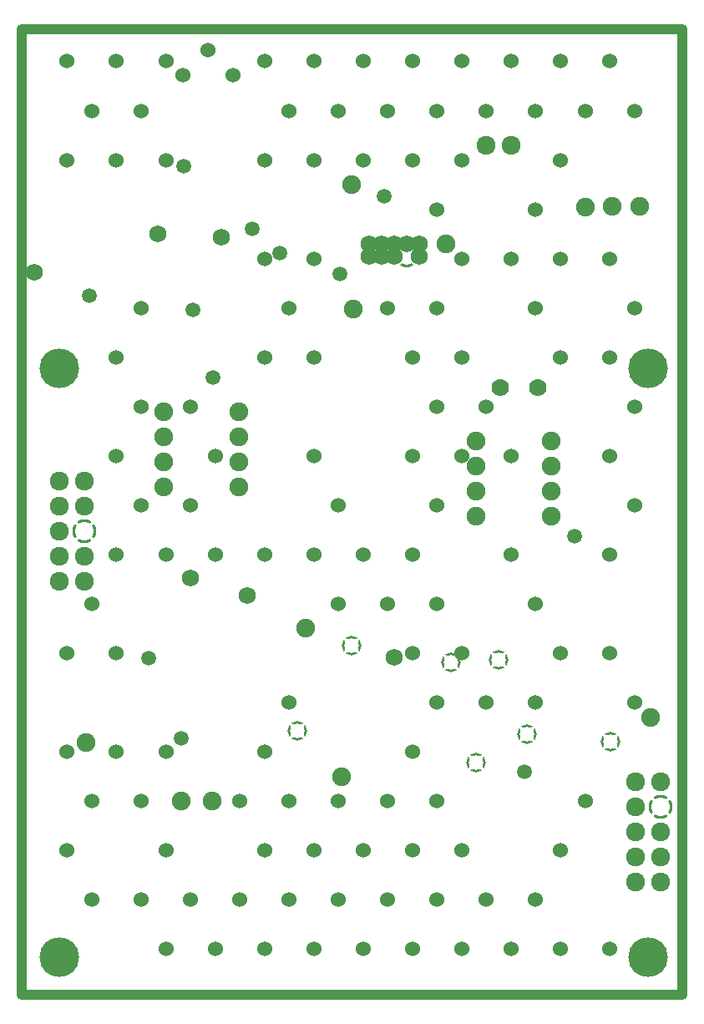
<source format=gbr>
%TF.GenerationSoftware,Altium Limited,Altium Designer,18.0.9 (584)*%
G04 Layer_Physical_Order=2*
G04 Layer_Color=32768*
%FSLAX26Y26*%
%MOIN*%
%TF.FileFunction,Copper,L2,Inr,Plane*%
%TF.Part,Single*%
G01*
G75*
%TA.AperFunction,ComponentPad*%
%ADD27C,0.060000*%
%TA.AperFunction,NonConductor*%
%ADD37C,0.040000*%
%TA.AperFunction,ComponentPad*%
%ADD38C,0.075433*%
%ADD39C,0.075827*%
G04:AMPARAMS|DCode=40|XSize=95.827mil|YSize=95.827mil|CornerRadius=0mil|HoleSize=0mil|Usage=FLASHONLY|Rotation=0.000|XOffset=0mil|YOffset=0mil|HoleType=Round|Shape=Relief|Width=10mil|Gap=10mil|Entries=4|*
%AMTHD40*
7,0,0,0.095827,0.075827,0.010000,45*
%
%ADD40THD40*%
%ADD41C,0.070000*%
%TA.AperFunction,ViaPad*%
%ADD42C,0.158110*%
%TA.AperFunction,ComponentPad*%
%ADD43C,0.068000*%
G04:AMPARAMS|DCode=44|XSize=88mil|YSize=88mil|CornerRadius=0mil|HoleSize=0mil|Usage=FLASHONLY|Rotation=0.000|XOffset=0mil|YOffset=0mil|HoleType=Round|Shape=Relief|Width=10mil|Gap=10mil|Entries=4|*
%AMTHD44*
7,0,0,0.088000,0.068000,0.010000,45*
%
%ADD44THD44*%
%TA.AperFunction,ViaPad*%
G04:AMPARAMS|DCode=45|XSize=79.685mil|YSize=79.685mil|CornerRadius=0mil|HoleSize=0mil|Usage=FLASHONLY|Rotation=0.000|XOffset=0mil|YOffset=0mil|HoleType=Round|Shape=Relief|Width=10mil|Gap=10mil|Entries=4|*
%AMTHD45*
7,0,0,0.079685,0.059685,0.010000,45*
%
%ADD45THD45*%
%ADD46C,0.059685*%
%ADD47C,0.068000*%
%ADD48C,0.060000*%
D27*
X644110Y3669110D02*
D03*
X844110D02*
D03*
X744110Y3769110D02*
D03*
D37*
X0Y0D02*
X2637795Y-0D01*
X2637795Y3852110D02*
X2637795Y-0D01*
X-0Y3852110D02*
X2637795Y3852110D01*
X-0Y3852110D02*
X0Y0D01*
D38*
X634913Y774110D02*
D03*
X1814134Y2209568D02*
D03*
Y2109568D02*
D03*
Y2009568D02*
D03*
Y1909568D02*
D03*
X2114134Y2209568D02*
D03*
Y2109568D02*
D03*
Y2009568D02*
D03*
Y1909568D02*
D03*
X866110Y2027110D02*
D03*
Y2127110D02*
D03*
Y2227110D02*
D03*
Y2327110D02*
D03*
X566110Y2027110D02*
D03*
Y2127110D02*
D03*
Y2227110D02*
D03*
Y2327110D02*
D03*
X1315110Y3231110D02*
D03*
X1323110Y2735110D02*
D03*
X2466110Y3145110D02*
D03*
X2355110Y3145110D02*
D03*
X2250110Y3143810D02*
D03*
X1694110Y2997110D02*
D03*
X1132110Y1463110D02*
D03*
X760110Y774110D02*
D03*
X257759Y1005858D02*
D03*
X1275110Y868110D02*
D03*
X2511110Y1107110D02*
D03*
D39*
X150110Y2050110D02*
D03*
Y1950110D02*
D03*
Y1850110D02*
D03*
Y1750110D02*
D03*
Y1650110D02*
D03*
X250110Y2050110D02*
D03*
Y1950110D02*
D03*
Y1750110D02*
D03*
Y1650110D02*
D03*
X1952110Y3390110D02*
D03*
X1852110D02*
D03*
X2450110Y850110D02*
D03*
Y750110D02*
D03*
Y650110D02*
D03*
Y550110D02*
D03*
Y450110D02*
D03*
X2550110Y850110D02*
D03*
Y650110D02*
D03*
Y550110D02*
D03*
Y450110D02*
D03*
D40*
X250110Y1850110D02*
D03*
X2550110Y750110D02*
D03*
D41*
X2058338Y2423260D02*
D03*
X1908732D02*
D03*
D42*
X150110Y150110D02*
D03*
X2500110D02*
D03*
X150110Y2500110D02*
D03*
X2500110D02*
D03*
D43*
X1585110Y2995112D02*
D03*
Y2945112D02*
D03*
X1535110Y2995112D02*
D03*
X1485110D02*
D03*
Y2945112D02*
D03*
X1435110Y2995112D02*
D03*
Y2945112D02*
D03*
X1385110Y2995112D02*
D03*
Y2945112D02*
D03*
D44*
X1535110D02*
D03*
D45*
X1903009Y1337474D02*
D03*
X1813252Y926110D02*
D03*
X2350110Y1010110D02*
D03*
X2015488Y1038780D02*
D03*
X1713800Y1325110D02*
D03*
X1099110Y1053110D02*
D03*
X1316110Y1392065D02*
D03*
D46*
X2005362Y890110D02*
D03*
X270110Y2790110D02*
D03*
X2205110Y1830110D02*
D03*
X645110Y3305110D02*
D03*
X1030110Y2960110D02*
D03*
X921110Y3055110D02*
D03*
X682110Y2732110D02*
D03*
X1447616Y3185110D02*
D03*
X1268110Y2876110D02*
D03*
X762110Y2463110D02*
D03*
X505110Y1344110D02*
D03*
X634922Y1024110D02*
D03*
D47*
X1485110Y1345110D02*
D03*
X900000Y1591492D02*
D03*
X672000Y1662000D02*
D03*
X49000Y2883000D02*
D03*
X797110Y3023110D02*
D03*
X544110Y3037362D02*
D03*
D48*
X279528Y377953D02*
D03*
X181102Y574803D02*
D03*
X279528Y771654D02*
D03*
X181102Y968504D02*
D03*
Y1362205D02*
D03*
X279528Y1559055D02*
D03*
X181102Y3330709D02*
D03*
X279528Y3527559D02*
D03*
X181102Y3724410D02*
D03*
X476378Y377953D02*
D03*
Y771654D02*
D03*
X377953Y968504D02*
D03*
Y1362205D02*
D03*
Y1755906D02*
D03*
X476378Y1952756D02*
D03*
X377953Y2149606D02*
D03*
X476378Y2346457D02*
D03*
X377953Y2543307D02*
D03*
X476378Y2740158D02*
D03*
X377953Y3330709D02*
D03*
X476378Y3527559D02*
D03*
X377953Y3724410D02*
D03*
X574803Y181102D02*
D03*
X673228Y377953D02*
D03*
X574803Y574803D02*
D03*
Y968504D02*
D03*
Y1755906D02*
D03*
X673228Y1952756D02*
D03*
Y2346457D02*
D03*
X574803Y3330709D02*
D03*
Y3724410D02*
D03*
X771654Y181102D02*
D03*
X870079Y377953D02*
D03*
Y771654D02*
D03*
X771654Y1755906D02*
D03*
Y2149606D02*
D03*
X968504Y181102D02*
D03*
X1066929Y377953D02*
D03*
X968504Y574803D02*
D03*
X1066929Y771654D02*
D03*
X968504Y968504D02*
D03*
X1066929Y1165354D02*
D03*
X968504Y1755906D02*
D03*
Y2543307D02*
D03*
X1066929Y2740158D02*
D03*
X968504Y2937008D02*
D03*
Y3330709D02*
D03*
X1066929Y3527559D02*
D03*
X968504Y3724410D02*
D03*
X1165354Y181102D02*
D03*
X1263780Y377953D02*
D03*
X1165354Y574803D02*
D03*
X1263780Y771654D02*
D03*
Y1559055D02*
D03*
X1165354Y1755906D02*
D03*
X1263780Y1952756D02*
D03*
X1165354Y2149606D02*
D03*
Y2543307D02*
D03*
Y2937008D02*
D03*
Y3330709D02*
D03*
X1263780Y3527559D02*
D03*
X1165354Y3724410D02*
D03*
X1362205Y181102D02*
D03*
X1460630Y377953D02*
D03*
X1362205Y574803D02*
D03*
X1460630Y771654D02*
D03*
Y1559055D02*
D03*
X1362205Y1755906D02*
D03*
X1460630Y2740158D02*
D03*
X1362205Y3330709D02*
D03*
X1460630Y3527559D02*
D03*
X1362205Y3724410D02*
D03*
X1559055Y181102D02*
D03*
X1657480Y377953D02*
D03*
X1559055Y574803D02*
D03*
X1657480Y771654D02*
D03*
X1559055Y968504D02*
D03*
X1657480Y1165354D02*
D03*
X1559055Y1362205D02*
D03*
X1657480Y1559055D02*
D03*
X1559055Y1755906D02*
D03*
X1657480Y1952756D02*
D03*
X1559055Y2149606D02*
D03*
X1657480Y2346457D02*
D03*
X1559055Y2543307D02*
D03*
X1657480Y2740158D02*
D03*
Y3133858D02*
D03*
X1559055Y3330709D02*
D03*
X1657480Y3527559D02*
D03*
X1559055Y3724410D02*
D03*
X1755906Y181102D02*
D03*
X1854331Y377953D02*
D03*
X1755906Y574803D02*
D03*
X1854331Y1165354D02*
D03*
X1755906Y1362205D02*
D03*
Y2149606D02*
D03*
X1854331Y2346457D02*
D03*
X1755906Y2543307D02*
D03*
Y2937008D02*
D03*
Y3330709D02*
D03*
X1854331Y3527559D02*
D03*
X1755906Y3724410D02*
D03*
X1952756Y181102D02*
D03*
X2051181Y377953D02*
D03*
Y1165354D02*
D03*
Y1559055D02*
D03*
X1952756Y1755906D02*
D03*
Y2149606D02*
D03*
X2051181Y2740158D02*
D03*
X1952756Y2937008D02*
D03*
X2051181Y3133858D02*
D03*
Y3527559D02*
D03*
X1952756Y3724410D02*
D03*
X2149606Y181102D02*
D03*
Y574803D02*
D03*
X2248032Y771654D02*
D03*
X2149606Y1362205D02*
D03*
Y2543307D02*
D03*
Y2937008D02*
D03*
Y3330709D02*
D03*
X2248032Y3527559D02*
D03*
X2149606Y3724410D02*
D03*
X2346457Y181102D02*
D03*
X2444882Y1165354D02*
D03*
X2346457Y1362205D02*
D03*
Y1755906D02*
D03*
X2444882Y1952756D02*
D03*
X2346457Y2149606D02*
D03*
X2444882Y2346457D02*
D03*
X2346457Y2543307D02*
D03*
X2444882Y2740158D02*
D03*
X2346457Y2937008D02*
D03*
X2444882Y3527559D02*
D03*
X2346457Y3724410D02*
D03*
%TF.MD5,f7118add696473d0cca3ce101ab28e48*%
M02*

</source>
